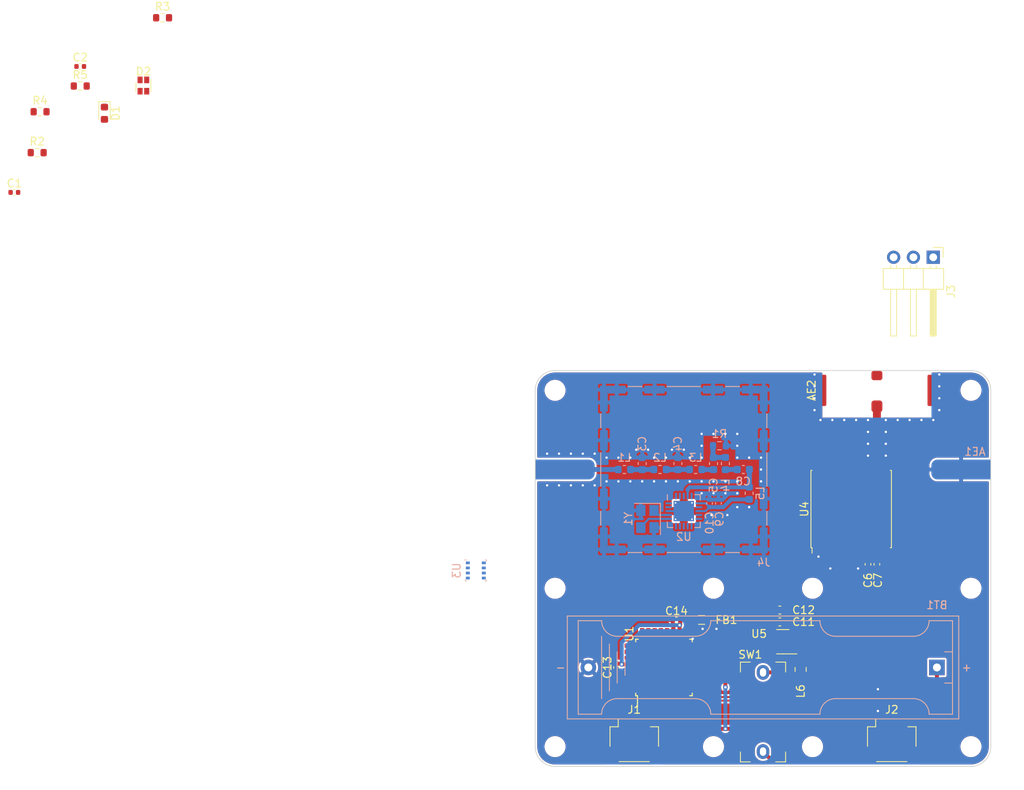
<source format=kicad_pcb>
(kicad_pcb (version 20211014) (generator pcbnew)
  (layers (0 "F.Cu" signal) (31 "B.Cu" signal) (34 "B.Paste" user) (35 "F.Paste" user) (36 "B.SilkS" user "B.Silkscreen") (37 "F.SilkS" user "F.Silkscreen") (38 "B.Mask" user) (39 "F.Mask" user) (44 "Edge.Cuts" user))
  (net 0 "")
  (net 1 "+3V3")
  (net 2 "Net-(C3-Pad1)")
  (net 3 "Net-(C4-Pad1)")
  (net 4 "Net-(C5-Pad1)")
  (net 5 "Net-(C5-Pad2)")
  (net 6 "Net-(BT1-Pad1)")
  (net 7 "Net-(C8-Pad2)")
  (net 8 "Net-(D1-Pad1)")
  (net 9 "Net-(D2-Pad1)")
  (net 10 "Net-(D2-Pad2)")
  (net 11 "Net-(D2-Pad3)")
  (net 12 "/SDA1")
  (net 13 "/SCL1")
  (net 14 "/SDA2")
  (net 15 "/SCL2")
  (net 16 "/+5V")
  (net 17 "/UPDI")
  (net 18 "Net-(AE2-Pad1)")
  (net 19 "Net-(L6-Pad2)")
  (net 20 "/~{L_{ON}}")
  (net 21 "/~{L_{ST-R}}")
  (net 22 "/~{L_{ST-G}}")
  (net 23 "/~{L_{ST-B}}")
  (net 24 "/MOSI")
  (net 25 "/MISO")
  (net 26 "/SCK")
  (net 44 "/~{RESET}")
  (net 45 "/UATX")
  (net 46 "/UARX")
  (net 54 "/~{IRQ}")
  (net 55 "/~{CS}2")
  (net 56 "Net-(U2-Pad16)")
  (net 57 "Net-(U2-Pad17)")
  (net 60 "/~{CS}1")
  (net 73 "Net-(C13-Pad2)")
  (net 74 "Net-(AE1-Pad2)")
  (net 75 "GND")
  (net 76 "Net-(L6-Pad1)")
  (footprint "SAJ13:SAJ1______N88SNCPT_" (layer "F.Cu") (at 130.81 104.775)
    (fp_text reference "SW1")
    (fp_text value "SAJ1-SNC")
  )
  (footprint "Package_QFP:TQFP-32_7x7mm_P0.8mm" (layer "F.Cu") (at 118.11 99.06 90)
    (fp_text reference "U1")
    (fp_text value "ATMEGA808")
  )
  (footprint "Capacitor_SMD:C_0402_1005Metric" (layer "F.Cu") (at 119.7102 92.964)
    (fp_text reference "C14")
    (fp_text value "0.1µ")
  )
  (footprint "MountingHole:MountingHole_2.2mm_M2" (layer "F.Cu") (at 104.14 63.5)
    (fp_text reference "H1" hide)
    (fp_text value "M2")
  )
  (footprint "MountingHole:MountingHole_2.2mm_M2" (layer "F.Cu") (at 137.16 88.9)
    (fp_text reference "H1" hide)
    (fp_text value "M2")
  )
  (footprint "Capacitor_SMD:C_0603_1608Metric" (layer "F.Cu") (at 132.969 91.694)
    (fp_text reference "C12")
    (fp_text value "10µ")
  )
  (footprint "Capacitor_SMD:C_0402_1005Metric" (layer "F.Cu") (at 145.415 85.824 90)
    (fp_text reference "C7")
    (fp_text value "0.1µ")
  )
  (footprint "MountingHole:MountingHole_2.2mm_M2" (layer "F.Cu") (at 157.48 63.5)
    (fp_text reference "H1" hide)
    (fp_text value "M2")
  )
  (footprint "LED_SMD:LED_0603_1608Metric" (layer "F.Cu") (at 46.355 27.94 -90)
    (fp_text reference "D1")
    (fp_text value "G")
  )
  (footprint "MountingHole:MountingHole_2.2mm_M2" (layer "F.Cu") (at 104.14 109.22)
    (fp_text reference "H1" hide)
    (fp_text value "M2")
  )
  (footprint "RF_GPS:ublox_MAX" (layer "F.Cu") (at 142.115 78.74 90)
    (fp_text reference "U4")
    (fp_text value "MAX-M8C")
  )
  (footprint "MountingHole:MountingHole_2.2mm_M2" (layer "F.Cu") (at 124.46 109.22)
    (fp_text reference "H1" hide)
    (fp_text value "M2")
  )
  (footprint "MountingHole:MountingHole_2.2mm_M2" (layer "F.Cu") (at 157.48 109.22)
    (fp_text reference "H1" hide)
    (fp_text value "M2")
  )
  (footprint "Resistor_SMD:R_0603_1608Metric" (layer "F.Cu") (at 38.1 27.75)
    (fp_text reference "R4")
    (fp_text value "100")
  )
  (footprint "MountingHole:MountingHole_2.2mm_M2" (layer "F.Cu") (at 124.46 88.9)
    (fp_text reference "H1" hide)
    (fp_text value "M2")
  )
  (footprint "Inductor_SMD:L_0805_2012Metric_Pad1.15x1.40mm_HandSolder" (layer "F.Cu") (at 135.636 99.314 90)
    (fp_text reference "L6")
    (fp_text value "2.2µ")
  )
  (footprint "Resistor_SMD:R_0603_1608Metric" (layer "F.Cu") (at 43.25 24.45)
    (fp_text reference "R5")
    (fp_text value "100")
  )
  (footprint "Connector_PinHeader_2.54mm:PinHeader_1x03_P2.54mm_Horizontal" (layer "F.Cu") (at 152.639 46.425 -90)
    (fp_text reference "J3")
    (fp_text value "UPDI")
  )
  (footprint "MountingHole:MountingHole_2.2mm_M2" (layer "F.Cu") (at 104.14 88.9)
    (fp_text reference "H1" hide)
    (fp_text value "M2")
  )
  (footprint "Resistor_SMD:R_0603_1608Metric" (layer "F.Cu") (at 37.73 33)
    (fp_text reference "R2")
    (fp_text value "270")
  )
  (footprint "Capacitor_SMD:C_0402_1005Metric" (layer "F.Cu") (at 112.014 99.06 90)
    (fp_text reference "C13")
    (fp_text value "0.1µ")
  )
  (footprint "1575AT54:Johanson_AT54" (layer "F.Cu") (at 145.415 63.5 90)
    (fp_text reference "AE2")
    (fp_text value "1575AT54A0100")
  )
  (footprint "Package_TO_SOT_SMD:SOT-23-5" (layer "F.Cu") (at 133.35 95.758 180)
    (fp_text reference "U5")
    (fp_text value "TPS613221A")
  )
  (footprint "Capacitor_SMD:C_0402_1005Metric" (layer "F.Cu") (at 43.25 21.94)
    (fp_text reference "C2")
    (fp_text value "0.1µ")
  )
  (footprint "Capacitor_SMD:C_0402_1005Metric" (layer "F.Cu") (at 34.8 38.1)
    (fp_text reference "C1")
    (fp_text value "0.1µ")
  )
  (footprint "Resistor_SMD:R_0603_1608Metric" (layer "F.Cu") (at 53.81 15.69)
    (fp_text reference "R3")
    (fp_text value "270")
  )
  (footprint "MountingHole:MountingHole_2.2mm_M2" (layer "F.Cu") (at 137.16 109.22)
    (fp_text reference "H1" hide)
    (fp_text value "M2")
  )
  (footprint "Connector_JST:JST_SH_SM04B-SRSS-TB_1x04-1MP_P1.00mm_Horizontal" (layer "F.Cu") (at 147.32 108.458)
    (fp_text reference "J2")
    (fp_text value "QWIIC")
  )
  (footprint "Capacitor_SMD:C_0603_1608Metric" (layer "F.Cu") (at 132.969 93.218)
    (fp_text reference "C11")
    (fp_text value "10µ")
  )
  (footprint "MountingHole:MountingHole_2.2mm_M2" (layer "F.Cu") (at 157.48 88.9)
    (fp_text reference "H1" hide)
    (fp_text value "M2")
  )
  (footprint "LED_SMD:LED_LiteOn_LTST-C19HE1WT" (layer "F.Cu") (at 51.35 24.39)
    (fp_text reference "D2")
    (fp_text value "RGB")
  )
  (footprint "Inductor_SMD:L_0805_2012Metric" (layer "F.Cu") (at 122.936 92.964 180)
    (fp_text reference "FB1")
    (fp_text value "BEAD")
  )
  (footprint "Capacitor_SMD:C_0402_1005Metric" (layer "F.Cu") (at 144.272 85.824 90)
    (fp_text reference "C6")
    (fp_text value "0.1µ")
  )
  (footprint "Connector_JST:JST_SH_SM04B-SRSS-TB_1x04-1MP_P1.00mm_Horizontal" (layer "F.Cu") (at 114.3 108.458)
    (fp_text reference "J1")
    (fp_text value "QWIIC")
  )
  (footprint "Dipole:AE_Pad" (layer "B.Cu") (at 156.21 73.66 180)
    (fp_text reference "AE1")
    (fp_text value "Antenna_Dipole")
  )
  (footprint "Battery:BatteryHolder_Keystone_2466_1xAAA" (layer "B.Cu") (at 153.11 99.06 180)
    (fp_text reference "BT1")
    (fp_text value "AAA")
  )
  (footprint "Inductor_SMD:L_0603_1608Metric" (layer "B.Cu") (at 122.174 73.66)
    (fp_text reference "L3")
    (fp_text value "91n")
  )
  (footprint "Capacitor_SMD:C_0603_1608Metric" (layer "B.Cu") (at 119.888 72.898 90)
    (fp_text reference "C4")
    (fp_text value "27p")
  )
  (footprint "Package_LGA:Bosch_LGA-8_2.5x2.5mm_P0.65mm_ClockwisePinNumbering" (layer "B.Cu") (at 93.98 86.614 -90)
    (fp_text reference "U3")
    (fp_text value "BME280")
  )
  (footprint "Capacitor_SMD:C_0402_1005Metric" (layer "B.Cu") (at 123.952 78.006 -90)
    (fp_text reference "C10")
    (fp_text value "0.1µ")
  )
  (footprint "Package_DFN_QFN:QFN-20-1EP_4x4mm_P0.5mm_EP2.6x2.6mm_ThermalVias" (layer "B.Cu") (at 120.65 78.994 -90)
    (fp_text reference "U2")
    (fp_text value "Si4463")
  )
  (footprint "Inductor_SMD:L_0603_1608Metric" (layer "B.Cu") (at 125.984 72.898 90)
    (fp_text reference "L4")
    (fp_text value "33n")
  )
  (footprint "Inductor_SMD:L_0603_1608Metric" (layer "B.Cu") (at 113.03 73.66)
    (fp_text reference "L1")
    (fp_text value "91n")
  )
  (footprint "Capacitor_SMD:C_0603_1608Metric" (layer "B.Cu") (at 115.316 72.898 90)
    (fp_text reference "C3")
    (fp_text value "27p")
  )
  (footprint "Inductor_SMD:L_0603_1608Metric" (layer "B.Cu") (at 117.602 73.66)
    (fp_text reference "L2")
    (fp_text value "130n")
  )
  (footprint "Capacitor_SMD:C_0603_1608Metric" (layer "B.Cu") (at 128.283 73.66)
    (fp_text reference "C8")
    (fp_text value "470p")
  )
  (footprint "Inductor_SMD:L_0603_1608Metric" (layer "B.Cu") (at 129.032 76.708 90)
    (fp_text reference "L5")
    (fp_text value "390n")
  )
  (footprint "Capacitor_SMD:C_0603_1608Metric" (layer "B.Cu") (at 124.46 72.898 90)
    (fp_text reference "C5")
    (fp_text value "36p")
  )
  (footprint "Capacitor_SMD:C_0402_1005Metric" (layer "B.Cu") (at 125.095 78.006 -90)
    (fp_text reference "C9")
    (fp_text value "0.1µ")
  )
  (footprint "Crystal:Crystal_SMD_3225-4Pin_3.2x2.5mm" (layer "B.Cu") (at 115.99 80.01 -90)
    (fp_text reference "Y1")
    (fp_text value "30MHz")
  )
  (footprint "RF_Shielding:Wuerth_36103205_20x20mm" (layer "B.Cu") (at 120.65 73.66)
    (fp_text reference "J4")
    (fp_text value "RFShield_OnePiece")
  )
  (footprint "Resistor_SMD:R_0603_1608Metric" (layer "B.Cu") (at 125.222 70.612)
    (fp_text reference "R1")
    (fp_text value "50")
  )
  (gr_line (start 134.62 60.96) (end 157.48 60.96) (layer "Edge.Cuts") (width 0.1))
  (gr_line (start 134.62 111.76) (end 157.48 111.76) (layer "Edge.Cuts") (width 0.1))
  (gr_line (start 134.62 111.76) (end 127 111.76) (layer "Edge.Cuts") (width 0.1))
  (gr_line (start 104.14 60.96) (end 127 60.96) (layer "Edge.Cuts") (width 0.1))
  (gr_arc (start 101.6 63.5) (mid 102.343949 61.703949) (end 104.14 60.96) (layer "Edge.Cuts") (width 0.1))
  (gr_line (start 160.02 63.5) (end 160.02 109.22) (layer "Edge.Cuts") (width 0.1))
  (gr_line (start 101.6 109.22) (end 101.6 63.5) (layer "Edge.Cuts") (width 0.1))
  (gr_line (start 127 60.96) (end 134.62 60.96) (layer "Edge.Cuts") (width 0.1))
  (gr_line (start 104.14 111.76) (end 127 111.76) (layer "Edge.Cuts") (width 0.1))
  (gr_arc (start 104.14 111.76) (mid 102.343949 111.016051) (end 101.6 109.22) (layer "Edge.Cuts") (width 0.1))
  (gr_arc (start 157.48 60.96) (mid 159.276051 61.703949) (end 160.02 63.5) (layer "Edge.Cuts") (width 0.1))
  (gr_arc (start 160.02 109.22) (mid 159.276051 111.016051) (end 157.48 111.76) (layer "Edge.Cuts") (width 0.1))
  (segment (start 125.984 97.536) (end 125.984 101.6) (width 0.508) (layer "F.Cu") (net 1))
  (segment (start 132.194 93.218) (end 125.222 93.218) (width 0.508) (layer "F.Cu") (net 1))
  (segment (start 142.748 85.344) (end 140.796001 87.295999) (width 0.508) (layer "F.Cu") (net 1))
  (segment (start 132.2125 94.808) (end 132.2125 93.2365) (width 0.508) (layer "F.Cu") (net 1))
  (segment (start 146.812 107.442) (end 146.812 106.466) (width 0.508) (layer "F.Cu") (net 1))
  (segment (start 124.968 92.964) (end 123.9985 92.964) (width 0.508) (layer "F.Cu") (net 1))
  (segment (start 132.194 93.218) (end 132.194 91.694) (width 0.508) (layer "F.Cu") (net 1))
  (segment (start 125.984 106.934) (end 123.444 106.934) (width 0.508) (layer "F.Cu") (net 1))
  (segment (start 135.589001 87.295999) (end 132.194 90.691) (width 0.508) (layer "F.Cu") (net 1))
  (segment (start 145.983 108.271) (end 146.812 107.442) (width 0.508) (layer "F.Cu") (net 1))
  (segment (start 146.812 106.466) (end 146.82 106.458) (width 0.508) (layer "F.Cu") (net 1))
  (segment (start 114.551815 108.331) (end 113.8 107.579185) (width 0.508) (layer "F.Cu") (net 1))
  (segment (start 125.222 93.218) (end 124.968 92.964) (width 0.508) (layer "F.Cu") (net 1))
  (segment (start 145.415 85.344) (end 145.415 83.49) (width 0.508) (layer "F.Cu") (net 1))
  (segment (start 125.984 106.934) (end 138.176 106.934) (width 0.508) (layer "F.Cu") (net 1))
  (segment (start 144.272 85.344) (end 142.748 85.344) (width 0.508) (layer "F.Cu") (net 1))
  (segment (start 140.796001 87.295999) (end 135.589001 87.295999) (width 0.508) (layer "F.Cu") (net 1))
  (segment (start 122.047 108.331) (end 114.551815 108.331) (width 0.508) (layer "F.Cu") (net 1))
  (segment (start 144.272 85.344) (end 144.272 83.533) (width 0.508) (layer "F.Cu") (net 1))
  (segment (start 123.9985 95.5505) (end 125.984 97.536) (width 0.508) (layer "F.Cu") (net 1))
  (segment (start 145.415 85.344) (end 144.272 85.344) (width 0.508) (layer "F.Cu") (net 1))
  (segment (start 113.8 107.579185) (end 113.8 106.458) (width 0.508) (layer "F.Cu") (net 1))
  (segment (start 144.272 83.533) (end 144.315 83.49) (width 0.508) (layer "F.Cu") (net 1))
  (segment (start 123.444 106.934) (end 122.047 108.331) (width 0.508) (layer "F.Cu") (net 1))
  (segment (start 132.194 90.691) (end 132.194 91.694) (width 0.508) (layer "F.Cu") (net 1))
  (segment (start 139.513 108.271) (end 145.983 108.271) (width 0.508) (layer "F.Cu") (net 1))
  (segment (start 138.176 106.934) (end 139.513 108.271) (width 0.508) (layer "F.Cu") (net 1))
  (segment (start 123.9985 92.964) (end 123.9985 95.5505) (width 0.508) (layer "F.Cu") (net 1))
  (via (at 125.984 106.934) (size 0.6) (drill 0.3) (layers "F.Cu" "B.Cu") (net 1))
  (via (at 125.984 101.6) (size 0.6) (drill 0.3) (layers "F.Cu" "B.Cu") (net 1))
  (segment (start 123.444 78.994) (end 123.952 78.486) (width 0.254) (layer "B.Cu") (net 1))
  (segment (start 129.032 77.4955) (end 126.7205 77.4955) (width 0.508) (layer "B.Cu") (net 1))
  (segment (start 123.941562 78.486) (end 123.952 78.486) (width 0.254) (layer "B.Cu") (net 1))
  (segment (start 125.984 101.6) (end 125.984 106.934) (width 0.508) (layer "B.Cu") (net 1))
  (segment (start 122.575 78.994) (end 123.444 78.994) (width 0.254) (layer "B.Cu") (net 1))
  (segment (start 125.222 78.486) (end 125.73 78.486) (width 0.508) (layer "B.Cu") (net 1))
  (segment (start 125.222 78.486) (end 123.952 78.486) (width 0.508) (layer "B.Cu") (net 1))
  (segment (start 122.575 77.994) (end 123.449562 77.994) (width 0.254) (layer "B.Cu") (net 1))
  (segment (start 123.449562 77.994) (end 123.941562 78.486) (width 0.254) (layer "B.Cu") (net 1))
  (segment (start 125.73 78.486) (end 126.7205 77.4955) (width 0.508) (layer "B.Cu") (net 1))
  (segment (start 115.303 73.66) (end 115.316 73.647) (width 0.254) (layer "B.Cu") (net 2))
  (segment (start 116.8145 73.66) (end 115.329 73.66) (width 0.635) (layer "B.Cu") (net 2))
  (segment (start 113.8305 73.673) (end 113.8175 73.66) (width 0.635) (layer "B.Cu") (net 2))
  (segment (start 115.329 73.66) (end 115.316 73.673) (width 0.635) (layer "B.Cu") (net 2))
  (segment (start 115.316 73.673) (end 113.8305 73.673) (width 0.635) (layer "B.Cu") (net 2))
  (segment (start 118.4025 73.673) (end 118.3895 73.66) (width 0.635) (layer "B.Cu") (net 3))
  (segment (start 119.901 73.66) (end 119.888 73.673) (width 0.635) (layer "B.Cu") (net 3))
  (segment (start 119.888 73.673) (end 118.4025 73.673) (width 0.635) (layer "B.Cu") (net 3))
  (segment (start 119.862 73.66) (end 119.888 73.634) (width 0.254) (layer "B.Cu") (net 3))
  (segment (start 121.3865 73.66) (end 119.901 73.66) (width 0.635) (layer "B.Cu") (net 3))
  (segment (start 125.9715 73.673) (end 125.984 73.6855) (width 0.254) (layer "B.Cu") (net 4))
  (segment (start 127.508 73.66) (end 126.0095 73.66) (width 0.635) (layer "B.Cu") (net 4))
  (segment (start 126.0095 73.66) (end 125.984 73.6855) (width 0.635) (layer "B.Cu") (net 4))
  (segment (start 122.9745 73.673) (end 122.9615 73.66) (width 0.635) (layer "B.Cu") (net 4))
  (segment (start 124.46 73.673) (end 122.9745 73.673) (width 0.635) (layer "B.Cu") (net 4))
  (segment (start 124.397 70.612) (end 124.397 72.06) (width 0.635) (layer "B.Cu") (net 5))
  (segment (start 124.397 72.06) (end 124.46 72.123) (width 0.635) (layer "B.Cu") (net 5))
  (segment (start 124.4725 72.1105) (end 124.46 72.123) (width 0.635) (layer "B.Cu") (net 5))
  (segment (start 125.984 72.1105) (end 124.4725 72.1105) (width 0.635) (layer "B.Cu") (net 5))
  (segment (start 151.371 108.979) (end 153.11 107.24) (width 0.508) (layer "F.Cu") (net 6))
  (segment (start 153.11 107.24) (end 153.11 99.06) (width 0.508) (layer "F.Cu") (net 6))
  (segment (start 143.751 108.979) (end 151.371 108.979) (width 0.508) (layer "F.Cu") (net 6))
  (segment (start 130.81 109.855) (end 131.779001 110.824001) (width 0.508) (layer "F.Cu") (net 6))
  (segment (start 141.905999 110.824001) (end 143.751 108.979) (width 0.508) (layer "F.Cu") (net 6))
  (segment (start 152.663 98.613) (end 153.11 99.06) (width 0.508) (layer "F.Cu") (net 6))
  (segment (start 131.779001 110.824001) (end 141.905999 110.824001) (width 0.508) (layer "F.Cu") (net 6))
  (segment (start 121.412 75.946) (end 121.15 76.208) (width 0.508) (layer "B.Cu") (net 7))
  (segment (start 129.058 75.8945) (end 129.032 75.9205) (width 0.635) (layer "B.Cu") (net 7))
  (segment (start 121.15 77.069) (end 121.15 76.335) (width 0.254) (layer "B.Cu") (net 7))
  (segment (start 121.15 76.208) (end 121.15 76.335) (width 0.508) (layer "B.Cu") (net 7))
  (segment (start 129.032 73.634) (end 129.058 73.66) (width 0.635) (layer "B.Cu") (net 7))
  (segment (start 129.0065 75.946) (end 121.412 75.946) (width 0.508) (layer "B.Cu") (net 7))
  (segment (start 129.058 73.66) (end 129.058 75.8945) (width 0.635) (layer "B.Cu") (net 7))
  (segment (start 129.032 75.9205) (end 129.0065 75.946) (width 0.508) (layer "B.Cu") (net 7))
  (segment (start 113.86 104.462) (end 113.86 101.86) (width 0.254) (layer "F.Cu") (net 12))
  (segment (start 114.808 105.41) (end 113.86 104.462) (width 0.254) (layer "F.Cu") (net 12))
  (segment (start 114.8 106.204) (end 114.808 106.196) (width 0.254) (layer "F.Cu") (net 12))
  (segment (start 114.808 106.196) (end 114.808 105.41) (width 0.254) (layer "F.Cu") (net 12))
  (segment (start 115.8 105.386) (end 115.316 104.902) (width 0.254) (layer "F.Cu") (net 13))
  (segment (start 115.316 103.316) (end 115.31 103.31) (width 0.254) (layer "F.Cu") (net 13))
  (segment (start 115.316 104.902) (end 115.316 103.316) (width 0.254) (layer "F.Cu") (net 13))
  (segment (start 115.8 106.204) (end 115.8 105.386) (width 0.254) (layer "F.Cu") (net 13))
  (segment (start 147.82 106.204) (end 147.828 106.196) (width 0.254) (layer "F.Cu") (net 14))
  (segment (start 147.828 106.196) (end 147.828 105.036052) (width 0.254) (layer "F.Cu") (net 14))
  (segment (start 146.101948 103.31) (end 120.91 103.31) (width 0.254) (layer "F.Cu") (net 14))
  (segment (start 147.828 105.036052) (end 146.101948 103.31) (width 0.254) (layer "F.Cu") (net 14))
  (segment (start 124.446 102.856) (end 146.29 102.856) (width 0.254) (layer "F.Cu") (net 15))
  (segment (start 148.844 105.41) (end 148.844 106.18) (width 0.254) (layer "F.Cu") (net 15))
  (segment (start 123.45 101.86) (end 124.446 102.856) (width 0.254) (layer "F.Cu") (net 15))
  (segment (start 122.36 101.86) (end 123.45 101.86) (width 0.254) (layer "F.Cu") (net 15))
  (segment (start 146.29 102.856) (end 148.844 105.41) (width 0.254) (layer "F.Cu") (net 15))
  (segment (start 148.844 106.18) (end 148.82 106.204) (width 0.254) (layer "F.Cu") (net 15))
  (segment (start 145.415 65.55) (end 145.415 72.644) (width 1.016) (layer "F.Cu") (net 18))
  (segment (start 145.415 73.99) (end 145.415 72.644) (width 0.254) (layer "F.Cu") (net 18))
  (segment (start 135.316 96.708) (end 135.636 97.028) (width 0.508) (layer "F.Cu") (net 19))
  (segment (start 135.636 97.028) (end 135.636 98.289) (width 0.508) (layer "F.Cu") (net 19))
  (segment (start 134.4875 96.708) (end 135.316 96.708) (width 0.508) (layer "F.Cu") (net 19))
  (segment (start 117.71 103.31) (end 117.729 103.329) (width 0.254) (layer "F.Cu") (net 26))
  (segment (start 119.634 86.106) (end 138.4935 86.106) (width 0.254) (layer "F.Cu") (net 45))
  (segment (start 138.4935 86.106) (end 139.915 84.6845) (width 0.254) (layer "F.Cu") (net 45))
  (segment (start 139.915 84.6845) (end 139.915 83.49) (width 0.254) (layer "F.Cu") (net 45))
  (segment (start 113.86 100.26) (end 111.182 100.26) (width 0.254) (layer "F.Cu") (net 45))
  (segment (start 138.305448 85.652) (end 119.445948 85.652) (width 0.254) (layer "F.Cu") (net 46))
  (segment (start 110.62 100.714) (end 112.3115 100.714) (width 0.254) (layer "F.Cu") (net 46))
  (segment (start 112.6575 101.06) (end 113.86 101.06) (width 0.254) (layer "F.Cu") (net 46))
  (segment (start 138.815 83.49) (end 138.811 83.494) (width 0.254) (layer "F.Cu") (net 46))
  (segment (start 138.815 85.142448) (end 138.305448 85.652) (width 0.254) (layer "F.Cu") (net 46))
  (segment (start 112.3115 100.714) (end 112.6575 101.06) (width 0.254) (layer "F.Cu") (net 46))
  (segment (start 138.815 83.49) (end 138.815 85.142448) (width 0.254) (layer "F.Cu") (net 46))
  (segment (start 116.156 79.994) (end 115.14 81.01) (width 0.254) (layer "B.Cu") (net 56))
  (segment (start 115.14 81.01) (end 115.14 81.11) (width 0.254) (layer "B.Cu") (net 56))
  (segment (start 118.725 79.994) (end 116.156 79.994) (width 0.254) (layer "B.Cu") (net 56))
  (segment (start 117.424 79.494) (end 116.84 78.91) (width 0.254) (layer "B.Cu") (net 57))
  (segment (start 118.725 79.494) (end 118.717 79.502) (width 0.254) (layer "B.Cu") (net 57))
  (segment (start 118.717 79.502) (end 118.11 79.502) (width 0.254) (layer "B.Cu") (net 57))
  (segment (start 118.725 79.494) (end 117.424 79.494) (width 0.254) (layer "B.Cu") (net 57))
  (segment (start 120.1902 92.964) (end 120.1902 93.5508) (width 0.508) (layer "F.Cu") (net 73))
  (segment (start 112.605701 98.58) (end 112.014 98.58) (width 0.508) (layer "F.Cu") (net 73))
  (segment (start 120.1902 93.5508) (end 120.11 93.631) (width 0.508) (layer "F.Cu") (net 73))
  (segment (start 113.86 98.66) (end 112.685701 98.66) (width 0.508) (layer "F.Cu") (net 73))
  (segment (start 112.685701 98.66) (end 112.605701 98.58) (width 0.508) (layer "F.Cu") (net 73))
  (segment (start 120.1902 92.964) (end 121.8735 92.964) (width 0.508) (layer "F.Cu") (net 73))
  (segment (start 120.11 93.631) (end 120.11 94.81) (width 0.508) (layer "F.Cu") (net 73))
  (via (at 120.11 93.631) (size 0.6) (drill 0.3) (layers "F.Cu" "B.Cu") (net 73))
  (via (at 112.685701 98.66) (size 0.6) (drill 0.3) (layers "F.Cu" "B.Cu") (net 73))
  (segment (start 112.685701 95.848299) (end 114.903 93.631) (width 0.508) (layer "B.Cu") (net 73))
  (segment (start 114.903 93.631) (end 120.11 93.631) (width 0.508) (layer "B.Cu") (net 73))
  (segment (start 112.685701 98.66) (end 112.685701 95.848299) (width 0.508) (layer "B.Cu") (net 73))
  (segment (start 112.2425 73.66) (end 105.41 73.66) (width 0.635) (layer "B.Cu") (net 74))
  (segment (start 112.014 99.54) (end 112.606 99.54) (width 0.508) (layer "F.Cu") (net 75))
  (segment (start 119.2302 92.964) (end 119.239 92.9728) (width 0.508) (layer "F.Cu") (net 75))
  (segment (start 119.239 92.9728) (end 119.239 93.5622) (width 0.508) (layer "F.Cu") (net 75))
  (segment (start 113.86 99.46) (end 112.686 99.46) (width 0.508) (layer "F.Cu") (net 75))
  (segment (start 119.31 93.6332) (end 119.239 93.5622) (width 0.508) (layer "F.Cu") (net 75))
  (segment (start 119.31 94.81) (end 119.31 93.6332) (width 0.508) (layer "F.Cu") (net 75))
  (segment (start 112.686 99.46) (end 112.606 99.54) (width 0.508) (layer "F.Cu") (net 75))
  (via (at 122.936 75.184) (size 0.6) (drill 0.3) (layers "F.Cu" "B.Cu") (net 75))
  (via (at 121.412 72.136) (size 0.6) (drill 0.3) (layers "F.Cu" "B.Cu") (net 75))
  (via (at 127.508 78.486) (size 0.6) (drill 0.3) (layers "F.Cu" "B.Cu") (net 75))
  (via (at 139.446 86.36) (size 0.6) (drill 0.3) (layers "F.Cu" "B.Cu") (net 75))
  (via (at 116.84 72.136) (size 0.6) (drill 0.3) (layers "F.Cu" "B.Cu") (net 75))
  (via (at 113.792 75.184) (size 0.6) (drill 0.3) (layers "F.Cu" "B.Cu") (net 75))
  (via (at 153.416 64.516) (size 0.6) (drill 0.3) (layers "F.Cu" "B.Cu") (net 75))
  (via (at 125.984 76.708) (size 0.6) (drill 0.3) (layers "F.Cu" "B.Cu") (net 75))
  (via (at 137.414 61.468) (size 0.6) (drill 0.3) (layers "F.Cu" "B.Cu") (net 75))
  (via (at 122.936 70.612) (size 0.6) (drill 0.3) (layers "F.Cu" "B.Cu") (net 75))
  (via (at 112.268 75.184) (size 0.6) (drill 0.3) (layers "F.Cu" "B.Cu") (net 75))
  (via (at 130.556 73.66) (size 0.6) (drill 0.3) (layers "F.Cu" "B.Cu") (net 75))
  (via (at 107.696 71.628) (size 0.6) (drill 0.3) (layers "F.Cu" "B.Cu") (net 75))
  (via (at 127.508 69.088) (size 0.6) (drill 0.3) (layers "F.Cu" "B.Cu") (net 75))
  (via (at 107.696 75.692) (size 0.6) (drill 0.3) (layers "F.Cu" "B.Cu") (net 75))
  (via (at 127.508 72.136) (size 0.6) (drill 0.3) (layers "F.Cu" "B.Cu") (net 75))
  (via (at 138.176 67.31) (size 0.6) (drill 0.3) (layers "F.Cu" "B.Cu") (net 75))
  (via (at 112.268 72.136) (size 0.6) (drill 0.3) (layers "F.Cu" "B.Cu") (net 75))
  (via (at 146.558 67.31) (size 0.6) (drill 0.3) (layers "F.Cu" "B.Cu") (net 75))
  (via (at 124.46 75.184) (size 0.6) (drill 0.3) (layers "F.Cu" "B.Cu") (net 75))
  (via (at 127.508 70.612) (size 0.6) (drill 0.3) (layers "F.Cu" "B.Cu") (net 75))
  (via (at 152.654 67.31) (size 0.6) (drill 0.3) (layers "F.Cu" "B.Cu") (net 75))
  (via (at 106.172 71.628) (size 0.6) (drill 0.3) (layers "F.Cu" "B.Cu") (net 75))
  (via (at 146.558 71.882) (size 0.6) (drill 0.3) (layers "F.Cu" "B.Cu") (net 75))
  (via (at 127.508 76.708) (size 0.6) (drill 0.3) (layers "F.Cu" "B.Cu") (net 75))
  (via (at 137.414 62.992) (size 0.6) (drill 0.3) (layers "F.Cu" "B.Cu") (net 75))
  (via (at 122.936 69.088) (size 0.6) (drill 0.3) (layers "F.Cu" "B.Cu") (net 75))
  (via (at 120.65 71.12) (size 0.6) (drill 0.3) (layers "F.Cu" "B.Cu") (net 75))
  (via (at 110.744 72.136) (size 0.6) (drill 0.3) (layers "F.Cu" "B.Cu") (net 75))
  (via (at 144.272 67.31) (size 0.6) (drill 0.3) (layers "F.Cu" "B.Cu") (net 75))
  (via (at 118.364 75.184) (size 0.6) (drill 0.3) (layers "F.Cu" "B.Cu") (net 75))
  (via (at 146.558 68.834) (size 0.6) (drill 0.3) (layers "F.Cu" "B.Cu") (net 75))
  (via (at 109.22 75.692) (size 0.6) (drill 0.3) (layers "F.Cu" "B.Cu") (net 75))
  (via (at 153.416 62.992) (size 0.6) (drill 0.3) (layers "F.Cu" "B.Cu") (net 75))
  (via (at 153.416 66.04) (size 0.6) (drill 0.3) (layers "F.Cu" "B.Cu") (net 75))
  (via (at 124.46 76.708) (size 0.6) (drill 0.3) (layers "F.Cu" "B.Cu") (net 75))
  (via (at 119.888 75.184) (size 0.6) (drill 0.3) (layers "F.Cu" "B.Cu") (net 75))
  (via (at 116.84 75.184) (size 0.6) (drill 0.3) (layers "F.Cu" "B.Cu") (net 75))
  (via (at 106.172 75.692) (size 0.6) (drill 0.3) (layers "F.Cu" "B.Cu") (net 75))
  (via (at 121.412 75.184) (size 0.6) (drill 0.3) (layers "F.Cu" "B.Cu") (net 75))
  (via (at 137.414 66.04) (size 0.6) (drill 0.3) (layers "F.Cu" "B.Cu") (net 75))
  (via (at 104.648 75.692) (size 0.6) (drill 0.3) (layers "F.Cu" "B.Cu") (net 75))
  (via (at 146.558 70.358) (size 0.6) (drill 0.3) (layers "F.Cu" "B.Cu") (net 75))
  (via (at 137.414 64.516) (size 0.6) (drill 0.3) (layers "F.Cu" "B.Cu") (net 75))
  (via (at 144.272 70.358) (size 0.6) (drill 0.3) (layers "F.Cu" "B.Cu") (net 75))
  (via (at 141.224 67.31) (size 0.6) (drill 0.3) (layers "F.Cu" "B.Cu") (net 75))
  (via (at 129.032 78.486) (size 0.6) (drill 0.3) (layers "F.Cu" "B.Cu") (net 75))
  (via (at 123.063 94.107) (size 0.6) (drill 0.3) (layers "F.Cu" "B.Cu") (net 75))
  (via (at 144.272 71.882) (size 0.6) (drill 0.3) (layers "F.Cu" "B.Cu") (net 75))
  (via (at 124.46 69.088) (size 0.6) (drill 0.3) (layers "F.Cu" "B.Cu") (net 75))
  (via (at 118.364 72.136) (size 0.6) (drill 0.3) (layers "F.Cu" "B.Cu") (net 75))
  (via (at 110.744 75.184) (size 0.6) (drill 0.3) (layers "F.Cu" "B.Cu") (net 75))
  (via (at 124.841 94.107) (size 0.6) (drill 0.3) (layers "F.Cu" "B.Cu") (net 75))
  (via (at 139.7 67.31) (size 0.6) (drill 0.3) (layers "F.Cu" "B.Cu") (net 75))
  (via (at 143.002 86.36) (size 0.6) (drill 0.3) (layers "F.Cu" "B.Cu") (net 75))
  (via (at 109.22 71.628) (size 0.6) (drill 0.3) (layers "F.Cu" "B.Cu") (net 75))
  (via (at 153.416 61.468) (size 0.6) (drill 0.3) (layers "F.Cu" "B.Cu") (net 75))
  (via (at 125.984 75.184) (size 0.6) (drill 0.3) (layers "F.Cu" "B.Cu") (net 75))
  (via (at 103.124 71.628) (size 0.6) (drill 0.3) (layers "F.Cu" "B.Cu") (net 75))
  (via (at 148.082 67.31) (size 0.6) (drill 0.3) (layers "F.Cu" "B.Cu") (net 75))
  (via (at 142.748 67.31) (size 0.6) (drill 0.3) (layers "F.Cu" "B.Cu") (net 75))
  (via (at 121.793 95.377) (size 0.6) (drill 0.3) (layers "F.Cu" "B.Cu") (net 75))
  (via (at 149.606 67.31) (size 0.6) (drill 0.3) (layers "F.Cu" "B.Cu") (net 75))
  (via (at 130.556 72.136) (size 0.6) (drill 0.3) (layers "F.Cu" "B.Cu") (net 75))
  (via (at 115.316 75.184) (size 0.6) (drill 0.3) (layers "F.Cu" "B.Cu") (net 75))
  (via (at 113.792 72.136) (size 0.6) (drill 0.3) (layers "F.Cu" "B.Cu") (net 75))
  (via (at 145.542 104.648) (size 0.6) (drill 0.3) (layers "F.Cu" "B.Cu") (net 75))
  (via (at 122.936 72.136) (size 0.6) (drill 0.3) (layers "F.Cu" "B.Cu") (net 75))
  (via (at 119.126 71.12) (size 0.6) (drill 0.3) (layers "F.Cu" "B.Cu") (net 75))
  (via (at 125.984 69.088) (size 0.6) (drill 0.3) (layers "F.Cu" "B.Cu") (net 75))
  (via (at 130.556 75.184) (size 0.6) (drill 0.3) (layers "F.Cu" "B.Cu") (net 75))
  (via (at 144.272 68.834) (size 0.6) (drill 0.3) (layers "F.Cu" "B.Cu") (net 75))
  (via (at 103.124 75.692) (size 0.6) (drill 0.3) (layers "F.Cu" "B.Cu") (net 75))
  (via (at 137.922 84.836) (size 0.6) (drill 0.3) (layers "F.Cu" "B.Cu") (net 75))
  (via (at 114.554 71.12) (size 0.6) (drill 0.3) (layers "F.Cu" "B.Cu") (net 75))
  (via (at 151.13 67.31) (size 0.6) (drill 0.3) (layers "F.Cu" "B.Cu") (net 75))
  (via (at 122.936 76.708) (size 0.6) (drill 0.3) (layers "F.Cu" "B.Cu") (net 75))
  (via (at 104.648 71.628) (size 0.6) (drill 0.3) (layers "F.Cu" "B.Cu") (net 75))
  (via (at 126.238 79.502) (size 0.6) (drill 0.3) (layers "F.Cu" "B.Cu") (net 75))
  (via (at 127.508 75.184) (size 0.6) (drill 0.3) (layers "F.Cu" "B.Cu") (net 75))
  (via (at 124.206 79.502) (size 0.6) (drill 0.3) (layers "F.Cu" "B.Cu") (net 75))
  (via (at 129.032 72.136) (size 0.6) (drill 0.3) (layers "F.Cu" "B.Cu") (net 75))
  (via (at 145.542 101.854) (size 0.6) (drill 0.3) (layers "F.Cu" "B.Cu") (net 75))
  (via (at 116.078 71.12) (size 0.6) (drill 0.3) (layers "F.Cu" "B.Cu") (net 75))
  (segment (start 118.725 78.994) (end 120.65 78.994) (width 0.254) (layer "B.Cu") (net 75))
  (segment (start 133.731 99.695) (end 130.81 99.695) (width 0.508) (layer "F.Cu") (net 76))
  (segment (start 134.375 100.339) (end 133.731 99.695) (width 0.508) (layer "F.Cu") (net 76))
  (segment (start 135.636 100.339) (end 134.375 100.339) (width 0.508) (layer "F.Cu") (net 76))
  (zone (net 75) (net_name "GND") (layers F&B.Cu) (connect_pads (clearance 0.254)) (min_thickness 0.254) (fill yes (thermal_gap 0.254) (thermal_bridge_width 0.508))
    (polygon (pts (xy 160.02 111.76) (xy 101.6 111.76) (xy 101.6 60.96) (xy 160.02 60.96)))
  )
  (zone (net 18) (net_name "Net-(AE2-Pad1)") (layer "F.Cu") (connect_pads yes (clearance 0)) (min_thickness 0.254) (fill yes (thermal_gap 0.254) (thermal_bridge_width 0.508))
    (polygon (pts (xy 145.671 74.168) (xy 145.163 74.168) (xy 144.909 72.644) (xy 145.925 72.644)))
  )
  (zone (net 0) (net_name "") (layer "B.Cu") (connect_pads (clearance 0)) (min_thickness 0.254)
    (keepout (tracks allowed) (vias allowed) (pads allowed) (copperpour not_allowed) (footprints allowed))
    (fill (thermal_gap 0.508) (thermal_bridge_width 0.508))
    (polygon (pts (xy 110.998 72.39) (xy 123.19 72.39) (xy 123.19 69.342) (xy 125.475713 69.342) (xy 125.475713 71.121459) (xy 127.254 71.121459) (xy 127.254 72.39) (xy 130.302 72.39) (xy 130.302 77.47) (xy 127.762 77.47) (xy 127.762 74.93) (xy 110.998 74.93)))
  )
)
</source>
